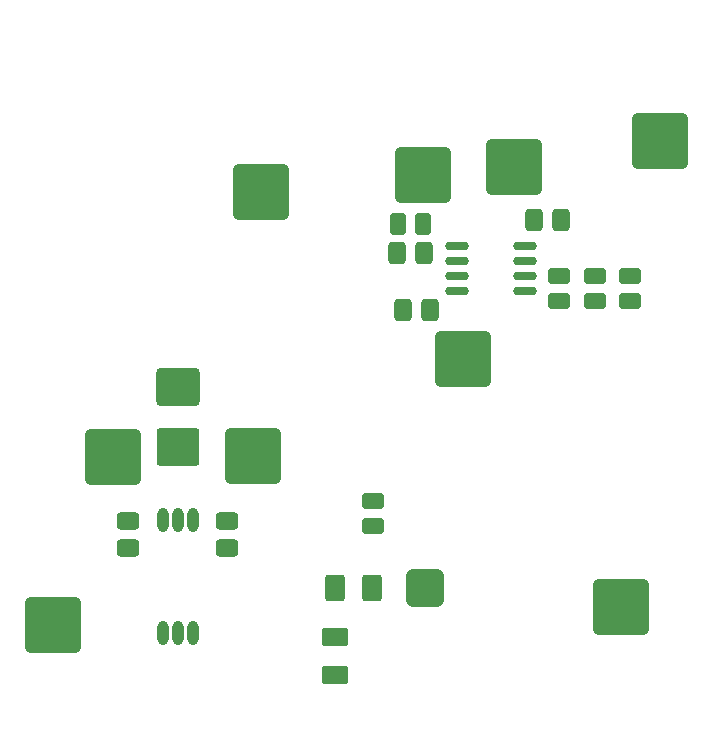
<source format=gbr>
%TF.GenerationSoftware,Altium Limited,Altium Designer,22.6.1 (34)*%
G04 Layer_Color=8388736*
%FSLAX26Y26*%
%MOIN*%
%TF.SameCoordinates,875EB05E-A6AF-4184-B243-C0806E1F30E9*%
%TF.FilePolarity,Negative*%
%TF.FileFunction,Soldermask,Top*%
%TF.Part,Single*%
G01*
G75*
%TA.AperFunction,SMDPad,CuDef*%
G04:AMPARAMS|DCode=39|XSize=186mil|YSize=186mil|CornerRadius=16.5mil|HoleSize=0mil|Usage=FLASHONLY|Rotation=180.000|XOffset=0mil|YOffset=0mil|HoleType=Round|Shape=RoundedRectangle|*
%AMROUNDEDRECTD39*
21,1,0.186000,0.153000,0,0,180.0*
21,1,0.153000,0.186000,0,0,180.0*
1,1,0.033000,-0.076500,0.076500*
1,1,0.033000,0.076500,0.076500*
1,1,0.033000,0.076500,-0.076500*
1,1,0.033000,-0.076500,-0.076500*
%
%ADD39ROUNDEDRECTD39*%
%TA.AperFunction,ViaPad*%
%ADD44C,0.006000*%
%TA.AperFunction,SMDPad,CuDef*%
G04:AMPARAMS|DCode=48|XSize=72.929mil|YSize=51.276mil|CornerRadius=8.659mil|HoleSize=0mil|Usage=FLASHONLY|Rotation=180.000|XOffset=0mil|YOffset=0mil|HoleType=Round|Shape=RoundedRectangle|*
%AMROUNDEDRECTD48*
21,1,0.072929,0.033957,0,0,180.0*
21,1,0.055610,0.051276,0,0,180.0*
1,1,0.017319,-0.027805,0.016978*
1,1,0.017319,0.027805,0.016978*
1,1,0.017319,0.027805,-0.016978*
1,1,0.017319,-0.027805,-0.016978*
%
%ADD48ROUNDEDRECTD48*%
G04:AMPARAMS|DCode=49|XSize=72.929mil|YSize=57.181mil|CornerRadius=9.398mil|HoleSize=0mil|Usage=FLASHONLY|Rotation=270.000|XOffset=0mil|YOffset=0mil|HoleType=Round|Shape=RoundedRectangle|*
%AMROUNDEDRECTD49*
21,1,0.072929,0.038386,0,0,270.0*
21,1,0.054134,0.057181,0,0,270.0*
1,1,0.018795,-0.019193,-0.027067*
1,1,0.018795,-0.019193,0.027067*
1,1,0.018795,0.019193,0.027067*
1,1,0.018795,0.019193,-0.027067*
%
%ADD49ROUNDEDRECTD49*%
G04:AMPARAMS|DCode=50|XSize=72.929mil|YSize=57.181mil|CornerRadius=9.398mil|HoleSize=0mil|Usage=FLASHONLY|Rotation=0.000|XOffset=0mil|YOffset=0mil|HoleType=Round|Shape=RoundedRectangle|*
%AMROUNDEDRECTD50*
21,1,0.072929,0.038386,0,0,0.0*
21,1,0.054134,0.057181,0,0,0.0*
1,1,0.018795,0.027067,-0.019193*
1,1,0.018795,-0.027067,-0.019193*
1,1,0.018795,-0.027067,0.019193*
1,1,0.018795,0.027067,0.019193*
%
%ADD50ROUNDEDRECTD50*%
G04:AMPARAMS|DCode=51|XSize=88.677mil|YSize=61.118mil|CornerRadius=9.89mil|HoleSize=0mil|Usage=FLASHONLY|Rotation=0.000|XOffset=0mil|YOffset=0mil|HoleType=Round|Shape=RoundedRectangle|*
%AMROUNDEDRECTD51*
21,1,0.088677,0.041339,0,0,0.0*
21,1,0.068898,0.061118,0,0,0.0*
1,1,0.019780,0.034449,-0.020669*
1,1,0.019780,-0.034449,-0.020669*
1,1,0.019780,-0.034449,0.020669*
1,1,0.019780,0.034449,0.020669*
%
%ADD51ROUNDEDRECTD51*%
G04:AMPARAMS|DCode=52|XSize=88.677mil|YSize=65.055mil|CornerRadius=10.382mil|HoleSize=0mil|Usage=FLASHONLY|Rotation=270.000|XOffset=0mil|YOffset=0mil|HoleType=Round|Shape=RoundedRectangle|*
%AMROUNDEDRECTD52*
21,1,0.088677,0.044291,0,0,270.0*
21,1,0.067913,0.065055,0,0,270.0*
1,1,0.020764,-0.022146,-0.033957*
1,1,0.020764,-0.022146,0.033957*
1,1,0.020764,0.022146,0.033957*
1,1,0.020764,0.022146,-0.033957*
%
%ADD52ROUNDEDRECTD52*%
G04:AMPARAMS|DCode=53|XSize=186mil|YSize=186mil|CornerRadius=16.5mil|HoleSize=0mil|Usage=FLASHONLY|Rotation=90.000|XOffset=0mil|YOffset=0mil|HoleType=Round|Shape=RoundedRectangle|*
%AMROUNDEDRECTD53*
21,1,0.186000,0.153000,0,0,90.0*
21,1,0.153000,0.186000,0,0,90.0*
1,1,0.033000,0.076500,0.076500*
1,1,0.033000,0.076500,-0.076500*
1,1,0.033000,-0.076500,-0.076500*
1,1,0.033000,-0.076500,0.076500*
%
%ADD53ROUNDEDRECTD53*%
G04:AMPARAMS|DCode=54|XSize=143.795mil|YSize=126.079mil|CornerRadius=12.006mil|HoleSize=0mil|Usage=FLASHONLY|Rotation=180.000|XOffset=0mil|YOffset=0mil|HoleType=Round|Shape=RoundedRectangle|*
%AMROUNDEDRECTD54*
21,1,0.143795,0.102067,0,0,180.0*
21,1,0.119784,0.126079,0,0,180.0*
1,1,0.024012,-0.059892,0.051033*
1,1,0.024012,0.059892,0.051033*
1,1,0.024012,0.059892,-0.051033*
1,1,0.024012,-0.059892,-0.051033*
%
%ADD54ROUNDEDRECTD54*%
G04:AMPARAMS|DCode=55|XSize=143mil|YSize=126mil|CornerRadius=12mil|HoleSize=0mil|Usage=FLASHONLY|Rotation=180.000|XOffset=0mil|YOffset=0mil|HoleType=Round|Shape=RoundedRectangle|*
%AMROUNDEDRECTD55*
21,1,0.143000,0.102000,0,0,180.0*
21,1,0.119000,0.126000,0,0,180.0*
1,1,0.024000,-0.059500,0.051000*
1,1,0.024000,0.059500,0.051000*
1,1,0.024000,0.059500,-0.051000*
1,1,0.024000,-0.059500,-0.051000*
%
%ADD55ROUNDEDRECTD55*%
G04:AMPARAMS|DCode=56|XSize=72.929mil|YSize=51.276mil|CornerRadius=8.659mil|HoleSize=0mil|Usage=FLASHONLY|Rotation=90.000|XOffset=0mil|YOffset=0mil|HoleType=Round|Shape=RoundedRectangle|*
%AMROUNDEDRECTD56*
21,1,0.072929,0.033957,0,0,90.0*
21,1,0.055610,0.051276,0,0,90.0*
1,1,0.017319,0.016978,0.027805*
1,1,0.017319,0.016978,-0.027805*
1,1,0.017319,-0.016978,-0.027805*
1,1,0.017319,-0.016978,0.027805*
%
%ADD56ROUNDEDRECTD56*%
G04:AMPARAMS|DCode=57|XSize=124.11mil|YSize=124.11mil|CornerRadius=17.764mil|HoleSize=0mil|Usage=FLASHONLY|Rotation=90.000|XOffset=0mil|YOffset=0mil|HoleType=Round|Shape=RoundedRectangle|*
%AMROUNDEDRECTD57*
21,1,0.124110,0.088583,0,0,90.0*
21,1,0.088583,0.124110,0,0,90.0*
1,1,0.035528,0.044291,0.044291*
1,1,0.035528,0.044291,-0.044291*
1,1,0.035528,-0.044291,-0.044291*
1,1,0.035528,-0.044291,0.044291*
%
%ADD57ROUNDEDRECTD57*%
%ADD58O,0.037496X0.080803*%
%ADD59O,0.078835X0.029622*%
D39*
X389000Y1013000D02*
D03*
X855000Y1017000D02*
D03*
X2214000Y2067000D02*
D03*
X191000Y452000D02*
D03*
X2084000Y513000D02*
D03*
X883000Y1898000D02*
D03*
X1424322Y1954000D02*
D03*
D44*
X2375000Y2475000D02*
D03*
X125000D02*
D03*
X2375000Y125000D02*
D03*
X125000D02*
D03*
D48*
X2112000Y1616322D02*
D03*
Y1531678D02*
D03*
X1877000Y1616322D02*
D03*
Y1531678D02*
D03*
X1256000Y867322D02*
D03*
Y782678D02*
D03*
X1997000Y1616322D02*
D03*
Y1531678D02*
D03*
D49*
X1355265Y1504000D02*
D03*
X1445818D02*
D03*
X1791724Y1802246D02*
D03*
X1882276D02*
D03*
X1336724Y1694000D02*
D03*
X1427276D02*
D03*
D50*
X440000Y800276D02*
D03*
Y709724D02*
D03*
X770000Y709724D02*
D03*
Y800276D02*
D03*
D51*
X1129000Y286008D02*
D03*
Y411992D02*
D03*
D52*
X1128008Y575000D02*
D03*
X1253992D02*
D03*
D53*
X1557000Y1339000D02*
D03*
X1727000Y1979000D02*
D03*
D54*
X605500Y1245660D02*
D03*
D55*
Y1046840D02*
D03*
D56*
X1424322Y1789000D02*
D03*
X1339678D02*
D03*
D57*
X1431000Y575000D02*
D03*
D58*
X655000Y803976D02*
D03*
X605000D02*
D03*
X555000D02*
D03*
X655000Y426024D02*
D03*
X605000D02*
D03*
X555000D02*
D03*
D59*
X1762204Y1617000D02*
D03*
Y1567000D02*
D03*
Y1667000D02*
D03*
Y1717000D02*
D03*
X1537796D02*
D03*
Y1667000D02*
D03*
Y1617000D02*
D03*
Y1567000D02*
D03*
%TF.MD5,7af82274b4e0b8c480c566977d844afd*%
M02*

</source>
